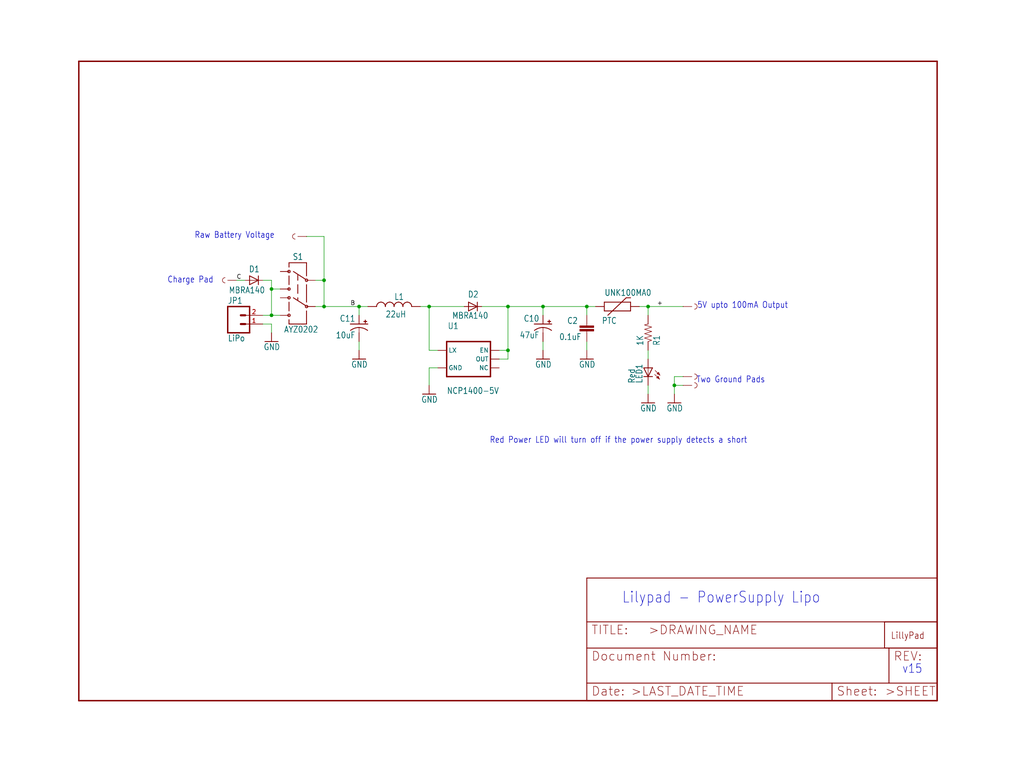
<source format=kicad_sch>
(kicad_sch (version 20211123) (generator eeschema)
  (paper "User" 297.002 223.926)
  (lib_symbols
    (symbol "eagleSchem-eagle-import:AYZ0202"
      (property "Value" "AYZ0202" (at -2.54 -12.7 0))
      (symbol "AYZ0202_1_0"
        (circle (center -2.54 -5.08) (radius 0.3592) (stroke (width 0.254)))
        (circle (center -2.54 2.54) (radius 0.3592) (stroke (width 0.254)))
        (polyline (pts (xy -2.54 -10.16) (xy 2.54 -10.16)) (stroke (width 0.254)))
        (polyline (pts (xy -2.54 -6.35) (xy -2.54 -10.16)) (stroke (width 0.254)))
        (polyline (pts (xy -2.54 1.27) (xy -2.54 -3.81)) (stroke (width 0.254)))
        (polyline (pts (xy -2.54 7.62) (xy -2.54 3.81)) (stroke (width 0.254)))
        (polyline (pts (xy -2.286 -4.826) (xy 1.27 -2.54)) (stroke (width 0.254)))
        (polyline (pts (xy 0 -2.54) (xy 0 -3.302)) (stroke (width 0.254)))
        (polyline (pts (xy 0 1.27) (xy 0 -1.27)) (stroke (width 0.254)))
        (polyline (pts (xy 0 4.064) (xy 0 2.54)) (stroke (width 0.254)))
        (polyline (pts (xy 1.27 5.08) (xy -2.286 2.794)) (stroke (width 0.254)))
        (polyline (pts (xy 2.54 -10.16) (xy 2.54 -8.89)) (stroke (width 0.254)))
        (polyline (pts (xy 2.54 -6.35) (xy 2.54 -3.81)) (stroke (width 0.254)))
        (polyline (pts (xy 2.54 3.81) (xy 2.54 1.27)) (stroke (width 0.254)))
        (polyline (pts (xy 2.54 6.35) (xy 2.54 7.62)) (stroke (width 0.254)))
        (polyline (pts (xy 2.54 7.62) (xy -2.54 7.62)) (stroke (width 0.254)))
        (circle (center 2.54 -7.62) (radius 0.3592) (stroke (width 0.254)))
        (circle (center 2.54 -2.54) (radius 0.3592) (stroke (width 0.254)))
        (circle (center 2.54 0) (radius 0.3592) (stroke (width 0.254)))
        (circle (center 2.54 5.08) (radius 0.3592) (stroke (width 0.254)))
        (pin bidirectional line (at 5.08 0 180) (length 2.54) (name "3") (number "1"))
        (pin bidirectional line (at -5.08 2.54 0) (length 2.54) (name "2") (number "2"))
        (pin bidirectional line (at 5.08 5.08 180) (length 2.54) (name "1") (number "3"))
        (pin bidirectional line (at 5.08 -7.62 180) (length 2.54) (name "6") (number "4"))
        (pin bidirectional line (at -5.08 -5.08 0) (length 2.54) (name "5") (number "5"))
        (pin bidirectional line (at 5.08 -2.54 180) (length 2.54) (name "4") (number "6"))
      )
    )
    (symbol "eagleSchem-eagle-import:CAP0603-CAP"
      (property "Reference" "C" (at 1.524 2.921 0))
      (property "Value" "CAP0603-CAP" (at 1.524 -2.159 0))
      (symbol "CAP0603-CAP_1_0"
        (rectangle (start -2.032 0.508) (end 2.032 1.016) (fill (type outline)))
        (rectangle (start -2.032 1.524) (end 2.032 2.032) (fill (type outline)))
        (polyline (pts (xy 0 0) (xy 0 0.508)) (stroke (width 0.1524)))
        (polyline (pts (xy 0 2.54) (xy 0 2.032)) (stroke (width 0.1524)))
        (pin passive line (at 0 5.08 270) (length 2.54) (name "1") (number "1"))
        (pin passive line (at 0 -2.54 90) (length 2.54) (name "2") (number "2"))
      )
    )
    (symbol "eagleSchem-eagle-import:CAP_POL1206"
      (property "Reference" "C" (at 1.016 0.635 0))
      (property "Value" "CAP_POL1206" (at 1.016 -4.191 0))
      (symbol "CAP_POL1206_1_0"
        (rectangle (start -2.253 0.668) (end -1.364 0.795) (fill (type outline)))
        (rectangle (start -1.872 0.287) (end -1.745 1.176) (fill (type outline)))
        (arc (start 0 -1.0161) (mid -1.3021 -1.2302) (end -2.4669 -1.8504) (stroke (width 0.254)))
        (polyline (pts (xy -2.54 0) (xy 2.54 0)) (stroke (width 0.254)))
        (polyline (pts (xy 0 -1.016) (xy 0 -2.54)) (stroke (width 0.1524)))
        (arc (start 2.4892 -1.8542) (mid 1.3158 -1.2195) (end 0 -1) (stroke (width 0.254)))
        (pin passive line (at 0 2.54 270) (length 2.54) (name "+") (number "A"))
        (pin passive line (at 0 -5.08 90) (length 2.54) (name "-") (number "C"))
      )
    )
    (symbol "eagleSchem-eagle-import:CAP_POL2"
      (property "Reference" "C" (at 1.016 0.635 0))
      (property "Value" "CAP_POL2" (at 1.016 -4.191 0))
      (symbol "CAP_POL2_1_0"
        (rectangle (start -2.253 0.668) (end -1.364 0.795) (fill (type outline)))
        (rectangle (start -1.872 0.287) (end -1.745 1.176) (fill (type outline)))
        (arc (start 0 -1.0161) (mid -1.3021 -1.2302) (end -2.4669 -1.8504) (stroke (width 0.254)))
        (polyline (pts (xy -2.54 0) (xy 2.54 0)) (stroke (width 0.254)))
        (polyline (pts (xy 0 -1.016) (xy 0 -2.54)) (stroke (width 0.1524)))
        (arc (start 2.4892 -1.8542) (mid 1.3158 -1.2195) (end 0 -1) (stroke (width 0.254)))
        (pin passive line (at 0 2.54 270) (length 2.54) (name "+") (number "A"))
        (pin passive line (at 0 -5.08 90) (length 2.54) (name "-") (number "C"))
      )
    )
    (symbol "eagleSchem-eagle-import:DIODESMA"
      (property "Reference" "D" (at 2.54 0.4826 0))
      (property "Value" "DIODESMA" (at 2.54 -2.3114 0))
      (symbol "DIODESMA_1_0"
        (polyline (pts (xy -1.27 -1.27) (xy 1.27 0)) (stroke (width 0.254)))
        (polyline (pts (xy -1.27 1.27) (xy -1.27 -1.27)) (stroke (width 0.254)))
        (polyline (pts (xy 1.27 0) (xy -1.27 1.27)) (stroke (width 0.254)))
        (polyline (pts (xy 1.27 0) (xy 1.27 -1.27)) (stroke (width 0.254)))
        (polyline (pts (xy 1.27 1.27) (xy 1.27 0)) (stroke (width 0.254)))
        (pin passive line (at -2.54 0 0) (length 2.54) (name "A") (number "A"))
        (pin passive line (at 2.54 0 180) (length 2.54) (name "C") (number "C"))
      )
    )
    (symbol "eagleSchem-eagle-import:GND" (power)
      (property "Value" "GND" (at -2.54 -2.54 0))
      (symbol "GND_1_0"
        (polyline (pts (xy -1.905 0) (xy 1.905 0)) (stroke (width 0.254)))
        (pin power_in line (at 0 2.54 270) (length 2.54) (name "GND") (number "1"))
      )
    )
    (symbol "eagleSchem-eagle-import:INDUCTORCR54"
      (property "Value" "INDUCTORCR54" (at 2.54 -6.35 0))
      (symbol "INDUCTORCR54_1_0"
        (arc (start 0 -5.08) (mid 0.898 -4.708) (end 1.27 -3.81) (stroke (width 0.254)))
        (arc (start 0 -2.54) (mid 0.898 -2.168) (end 1.27 -1.27) (stroke (width 0.254)))
        (arc (start 0 0) (mid 0.898 0.372) (end 1.27 1.27) (stroke (width 0.254)))
        (arc (start 0 2.54) (mid 0.898 2.912) (end 1.27 3.81) (stroke (width 0.254)))
        (arc (start 1.27 -3.81) (mid 0.898 -2.912) (end 0 -2.54) (stroke (width 0.254)))
        (arc (start 1.27 -1.27) (mid 0.898 -0.372) (end 0 0) (stroke (width 0.254)))
        (arc (start 1.27 1.27) (mid 0.898 2.168) (end 0 2.54) (stroke (width 0.254)))
        (arc (start 1.27 3.81) (mid 0.898 4.708) (end 0 5.08) (stroke (width 0.254)))
        (pin passive line (at 0 7.62 270) (length 2.54) (name "1") (number "P$1"))
        (pin passive line (at 0 -7.62 90) (length 2.54) (name "2") (number "P$2"))
      )
    )
    (symbol "eagleSchem-eagle-import:LED1206"
      (property "Reference" "LED" (at 3.556 -4.572 90))
      (property "Value" "LED1206" (at 5.715 -4.572 90))
      (symbol "LED1206_1_0"
        (polyline (pts (xy -2.032 -0.762) (xy -3.429 -2.159)) (stroke (width 0.1524)))
        (polyline (pts (xy -1.905 -1.905) (xy -3.302 -3.302)) (stroke (width 0.1524)))
        (polyline (pts (xy 0 -2.54) (xy -1.27 -2.54)) (stroke (width 0.254)))
        (polyline (pts (xy 0 -2.54) (xy -1.27 0)) (stroke (width 0.254)))
        (polyline (pts (xy 0 0) (xy -1.27 0)) (stroke (width 0.254)))
        (polyline (pts (xy 0 0) (xy 0 -2.54)) (stroke (width 0.1524)))
        (polyline (pts (xy 1.27 -2.54) (xy 0 -2.54)) (stroke (width 0.254)))
        (polyline (pts (xy 1.27 0) (xy 0 -2.54)) (stroke (width 0.254)))
        (polyline (pts (xy 1.27 0) (xy 0 0)) (stroke (width 0.254)))
        (polyline (pts (xy -3.429 -2.159) (xy -3.048 -1.27) (xy -2.54 -1.778)) (fill (type outline)))
        (polyline (pts (xy -3.302 -3.302) (xy -2.921 -2.413) (xy -2.413 -2.921)) (fill (type outline)))
        (pin passive line (at 0 2.54 270) (length 2.54) (name "A") (number "A"))
        (pin passive line (at 0 -5.08 90) (length 2.54) (name "C") (number "C"))
      )
    )
    (symbol "eagleSchem-eagle-import:LETTER_L"
      (symbol "LETTER_L_1_0"
        (polyline (pts (xy 0 0) (xy 248.92 0)) (stroke (width 0.4064)))
        (polyline (pts (xy 0 185.42) (xy 0 0)) (stroke (width 0.4064)))
        (polyline (pts (xy 0 185.42) (xy 248.92 185.42)) (stroke (width 0.4064)))
        (polyline (pts (xy 248.92 185.42) (xy 248.92 0)) (stroke (width 0.4064)))
      )
      (symbol "LETTER_L_2_0"
        (polyline (pts (xy 0 0) (xy 0 5.08)) (stroke (width 0.254)))
        (polyline (pts (xy 0 0) (xy 71.12 0)) (stroke (width 0.254)))
        (polyline (pts (xy 0 5.08) (xy 0 15.24)) (stroke (width 0.254)))
        (polyline (pts (xy 0 5.08) (xy 71.12 5.08)) (stroke (width 0.254)))
        (polyline (pts (xy 0 15.24) (xy 0 22.86)) (stroke (width 0.254)))
        (polyline (pts (xy 0 22.86) (xy 0 35.56)) (stroke (width 0.254)))
        (polyline (pts (xy 0 22.86) (xy 101.6 22.86)) (stroke (width 0.254)))
        (polyline (pts (xy 71.12 0) (xy 101.6 0)) (stroke (width 0.254)))
        (polyline (pts (xy 71.12 5.08) (xy 71.12 0)) (stroke (width 0.254)))
        (polyline (pts (xy 71.12 5.08) (xy 87.63 5.08)) (stroke (width 0.254)))
        (polyline (pts (xy 87.63 5.08) (xy 101.6 5.08)) (stroke (width 0.254)))
        (polyline (pts (xy 87.63 15.24) (xy 0 15.24)) (stroke (width 0.254)))
        (polyline (pts (xy 87.63 15.24) (xy 87.63 5.08)) (stroke (width 0.254)))
        (polyline (pts (xy 101.6 5.08) (xy 101.6 0)) (stroke (width 0.254)))
        (polyline (pts (xy 101.6 15.24) (xy 87.63 15.24)) (stroke (width 0.254)))
        (polyline (pts (xy 101.6 15.24) (xy 101.6 5.08)) (stroke (width 0.254)))
        (polyline (pts (xy 101.6 22.86) (xy 101.6 15.24)) (stroke (width 0.254)))
        (polyline (pts (xy 101.6 35.56) (xy 0 35.56)) (stroke (width 0.254)))
        (polyline (pts (xy 101.6 35.56) (xy 101.6 22.86)) (stroke (width 0.254)))
        (text ">DRAWING_NAME" (at 17.78 19.05 0) (effects (font (size 2.54 2.54)) (justify left bottom)))
        (text ">LAST_DATE_TIME" (at 12.7 1.27 0) (effects (font (size 2.54 2.54)) (justify left bottom)))
        (text ">SHEET" (at 86.36 1.27 0) (effects (font (size 2.54 2.54)) (justify left bottom)))
        (text "Date:" (at 1.27 1.27 0) (effects (font (size 2.54 2.54)) (justify left bottom)))
        (text "Document Number:" (at 1.27 11.43 0) (effects (font (size 2.54 2.54)) (justify left bottom)))
        (text "REV:" (at 88.9 11.43 0) (effects (font (size 2.54 2.54)) (justify left bottom)))
        (text "Sheet:" (at 72.39 1.27 0) (effects (font (size 2.54 2.54)) (justify left bottom)))
        (text "TITLE:" (at 1.27 19.05 0) (effects (font (size 2.54 2.54)) (justify left bottom)))
      )
    )
    (symbol "eagleSchem-eagle-import:LOGO-LPLP"
      (symbol "LOGO-LPLP_1_0"
        (polyline (pts (xy -2.54 -2.54) (xy 12.7 -2.54)) (stroke (width 0.254)))
        (polyline (pts (xy -2.54 5.08) (xy -2.54 -2.54)) (stroke (width 0.254)))
        (polyline (pts (xy 12.7 -2.54) (xy 12.7 5.08)) (stroke (width 0.254)))
        (polyline (pts (xy 12.7 5.08) (xy -2.54 5.08)) (stroke (width 0.254)))
        (text "LillyPad" (at -0.762 0 0) (effects (font (size 1.9304 1.6408)) (justify left bottom)))
      )
    )
    (symbol "eagleSchem-eagle-import:M02-JST-2MM-SMT"
      (property "Reference" "JP" (at -2.54 5.842 0))
      (property "Value" "M02-JST-2MM-SMT" (at -2.54 -5.08 0))
      (symbol "M02-JST-2MM-SMT_1_0"
        (polyline (pts (xy -2.54 5.08) (xy -2.54 -2.54)) (stroke (width 0.4064)))
        (polyline (pts (xy -2.54 5.08) (xy 3.81 5.08)) (stroke (width 0.4064)))
        (polyline (pts (xy 1.27 0) (xy 2.54 0)) (stroke (width 0.6096)))
        (polyline (pts (xy 1.27 2.54) (xy 2.54 2.54)) (stroke (width 0.6096)))
        (polyline (pts (xy 3.81 -2.54) (xy -2.54 -2.54)) (stroke (width 0.4064)))
        (polyline (pts (xy 3.81 -2.54) (xy 3.81 5.08)) (stroke (width 0.4064)))
        (pin passive line (at 7.62 0 180) (length 5.08) (name "1") (number "1"))
        (pin passive line (at 7.62 2.54 180) (length 5.08) (name "2") (number "2"))
      )
    )
    (symbol "eagleSchem-eagle-import:PTCSMD"
      (property "Reference" "F" (at -2.54 3.048 0))
      (property "Value" "PTCSMD" (at -3.302 -5.08 0))
      (symbol "PTCSMD_1_0"
        (polyline (pts (xy -2.54 -1.27) (xy -2.54 1.27)) (stroke (width 0.254)))
        (polyline (pts (xy -2.54 1.27) (xy 5.08 1.27)) (stroke (width 0.254)))
        (polyline (pts (xy -1.524 -2.54) (xy 3.81 2.54)) (stroke (width 0.254)))
        (polyline (pts (xy 3.81 2.54) (xy 5.08 2.54)) (stroke (width 0.254)))
        (polyline (pts (xy 5.08 -1.27) (xy -2.54 -1.27)) (stroke (width 0.254)))
        (polyline (pts (xy 5.08 1.27) (xy 5.08 -1.27)) (stroke (width 0.254)))
        (pin bidirectional line (at -5.08 0 0) (length 2.54) (name "1") (number "1"))
        (pin bidirectional line (at 7.62 0 180) (length 2.54) (name "2") (number "2"))
      )
    )
    (symbol "eagleSchem-eagle-import:RESISTOR0603-RES"
      (property "Reference" "R" (at -3.81 1.4986 0))
      (property "Value" "RESISTOR0603-RES" (at -3.81 -3.302 0))
      (symbol "RESISTOR0603-RES_1_0"
        (polyline (pts (xy -2.54 0) (xy -2.159 1.016)) (stroke (width 0.1524)))
        (polyline (pts (xy -2.159 1.016) (xy -1.524 -1.016)) (stroke (width 0.1524)))
        (polyline (pts (xy -1.524 -1.016) (xy -0.889 1.016)) (stroke (width 0.1524)))
        (polyline (pts (xy -0.889 1.016) (xy -0.254 -1.016)) (stroke (width 0.1524)))
        (polyline (pts (xy -0.254 -1.016) (xy 0.381 1.016)) (stroke (width 0.1524)))
        (polyline (pts (xy 0.381 1.016) (xy 1.016 -1.016)) (stroke (width 0.1524)))
        (polyline (pts (xy 1.016 -1.016) (xy 1.651 1.016)) (stroke (width 0.1524)))
        (polyline (pts (xy 1.651 1.016) (xy 2.286 -1.016)) (stroke (width 0.1524)))
        (polyline (pts (xy 2.286 -1.016) (xy 2.54 0)) (stroke (width 0.1524)))
        (pin passive line (at -5.08 0 0) (length 2.54) (name "1") (number "1"))
        (pin passive line (at 5.08 0 180) (length 2.54) (name "2") (number "2"))
      )
    )
    (symbol "eagleSchem-eagle-import:SEWTAP10"
      (symbol "SEWTAP10_1_0"
        (polyline (pts (xy 0 0) (xy -2.54 0)) (stroke (width 0.1524)))
        (arc (start 0.762 -0.762) (mid 1.524 0) (end 0.762 0.762) (stroke (width 0.1524)))
        (pin bidirectional line (at -2.54 0 180) (length 0) (name "1") (number "1"))
      )
    )
    (symbol "eagleSchem-eagle-import:V_REG_NCP1400SOT23-5"
      (property "Reference" "IC" (at -5.08 6.604 0))
      (property "Value" "V_REG_NCP1400SOT23-5" (at -4.826 -8.382 0))
      (symbol "V_REG_NCP1400SOT23-5_1_0"
        (polyline (pts (xy -5.08 -5.08) (xy 7.62 -5.08)) (stroke (width 0.4064)))
        (polyline (pts (xy -5.08 5.08) (xy -5.08 -5.08)) (stroke (width 0.4064)))
        (polyline (pts (xy 7.62 -5.08) (xy 7.62 5.08)) (stroke (width 0.4064)))
        (polyline (pts (xy 7.62 5.08) (xy -5.08 5.08)) (stroke (width 0.4064)))
        (pin input line (at -7.62 2.54 0) (length 2.54) (name "EN") (number "1"))
        (pin passive line (at -7.62 0 0) (length 2.54) (name "OUT") (number "2"))
        (pin input line (at -7.62 -2.54 0) (length 2.54) (name "NC") (number "3"))
        (pin input line (at 10.16 -2.54 180) (length 2.54) (name "GND") (number "4"))
        (pin input line (at 10.16 2.54 180) (length 2.54) (name "LX") (number "5"))
      )
    )
  )
  (junction (at 93.98 88.9))
  (junction (at 195.58 111.76))
  (junction (at 157.48 88.9))
  (junction (at 78.74 83.82))
  (junction (at 147.32 88.9))
  (junction (at 124.46 88.9))
  (junction (at 93.98 81.28))
  (junction (at 104.14 88.9))
  (junction (at 78.74 91.44))
  (junction (at 170.18 88.9))
  (junction (at 187.96 88.9))
  (junction (at 147.32 101.6))
  (wire (pts (xy 147.32 101.6) (xy 147.32 88.9)))
  (wire (pts (xy 78.74 83.82) (xy 81.28 83.82)))
  (wire (pts (xy 198.12 111.76) (xy 195.58 111.76)))
  (wire (pts (xy 81.28 91.44) (xy 78.74 91.44)))
  (wire (pts (xy 91.44 88.9) (xy 93.98 88.9)))
  (wire (pts (xy 198.12 109.22) (xy 195.58 109.22)))
  (wire (pts (xy 88.9 68.58) (xy 93.98 68.58)))
  (wire (pts (xy 157.48 88.9) (xy 157.48 91.44)))
  (wire (pts (xy 195.58 109.22) (xy 195.58 111.76)))
  (wire (pts (xy 91.44 81.28) (xy 93.98 81.28)))
  (wire (pts (xy 187.96 114.3) (xy 187.96 111.76)))
  (wire (pts (xy 104.14 88.9) (xy 104.14 91.44)))
  (wire (pts (xy 76.2 81.28) (xy 78.74 81.28)))
  (wire (pts (xy 147.32 88.9) (xy 139.7 88.9)))
  (wire (pts (xy 124.46 101.6) (xy 127 101.6)))
  (wire (pts (xy 124.46 106.68) (xy 124.46 111.76)))
  (wire (pts (xy 76.2 91.44) (xy 78.74 91.44)))
  (wire (pts (xy 187.96 88.9) (xy 198.12 88.9)))
  (wire (pts (xy 187.96 91.44) (xy 187.96 88.9)))
  (wire (pts (xy 93.98 68.58) (xy 93.98 81.28)))
  (wire (pts (xy 185.42 88.9) (xy 187.96 88.9)))
  (wire (pts (xy 78.74 96.52) (xy 78.74 93.98)))
  (wire (pts (xy 147.32 104.14) (xy 147.32 101.6)))
  (wire (pts (xy 157.48 101.6) (xy 157.48 99.06)))
  (wire (pts (xy 147.32 88.9) (xy 157.48 88.9)))
  (wire (pts (xy 170.18 88.9) (xy 170.18 91.44)))
  (wire (pts (xy 78.74 81.28) (xy 78.74 83.82)))
  (wire (pts (xy 124.46 88.9) (xy 134.62 88.9)))
  (wire (pts (xy 93.98 88.9) (xy 104.14 88.9)))
  (wire (pts (xy 127 106.68) (xy 124.46 106.68)))
  (wire (pts (xy 124.46 101.6) (xy 124.46 88.9)))
  (wire (pts (xy 170.18 88.9) (xy 172.72 88.9)))
  (wire (pts (xy 124.46 88.9) (xy 121.92 88.9)))
  (wire (pts (xy 104.14 101.6) (xy 104.14 99.06)))
  (wire (pts (xy 170.18 101.6) (xy 170.18 99.06)))
  (wire (pts (xy 78.74 91.44) (xy 78.74 83.82)))
  (wire (pts (xy 93.98 81.28) (xy 93.98 88.9)))
  (wire (pts (xy 157.48 88.9) (xy 170.18 88.9)))
  (wire (pts (xy 187.96 104.14) (xy 187.96 101.6)))
  (wire (pts (xy 144.78 101.6) (xy 147.32 101.6)))
  (wire (pts (xy 68.58 81.28) (xy 71.12 81.28)))
  (wire (pts (xy 195.58 111.76) (xy 195.58 114.3)))
  (wire (pts (xy 144.78 104.14) (xy 147.32 104.14)))
  (wire (pts (xy 106.68 88.9) (xy 104.14 88.9)))
  (wire (pts (xy 78.74 93.98) (xy 76.2 93.98)))
  (text "Charge Pad" (at 48.514 82.296 180) (effects (font (size 1.778 1.5113)) (justify left bottom)))
  (text "Raw Battery Voltage" (at 56.388 69.342 180) (effects (font (size 1.778 1.5113)) (justify left bottom)))
  (text "Red Power LED will turn off if the power supply detects a short" (at 141.986 128.778 0) (effects (font (size 1.778 1.5113)) (justify left bottom)))
  (text "Two Ground Pads" (at 201.93 111.252 180) (effects (font (size 1.778 1.5113)) (justify left bottom)))
  (text "v15" (at 261.62 195.58 180) (effects (font (size 2.54 2.159)) (justify left bottom)))
  (text "5V upto 100mA Output" (at 202.184 89.662 180) (effects (font (size 1.778 1.5113)) (justify left bottom)))
  (text "Lilypad - PowerSupply Lipo" (at 180.34 175.26 180) (effects (font (size 3.175 2.6987)) (justify left bottom)))
  (label "B" (at 101.6 88.9 0) (effects (font (size 1.2446 1.2446))))
  (label "+" (at 190.5 88.9 0) (effects (font (size 1.2446 1.2446))))
  (label "C" (at 68.58 81.28 0) (effects (font (size 1.2446 1.2446))))
  (symbol (lib_id "eagleSchem-eagle-import:LETTER_L") (at 22.86 203.2 0) (unit 1)
    (property "Reference" "#FRAME1" (effects hide))
    (property "Value" "LETTER_L" (effects hide))
    (property "Footprint" "eagleSchem:" (effects hide))
  )
  (symbol (lib_id "eagleSchem-eagle-import:DIODESMA") (at 73.66 81.28 0) (mirror x) (unit 1)
    (property "Reference" "D1" (at 72.136 79.0194 0) (effects (font (size 1.778 1.5113)) (justify left top)))
    (property "Value" "MBRA140" (at 66.294 85.1154 0) (effects (font (size 1.778 1.5113)) (justify left top)))
    (property "Footprint" "eagleSchem:SMA-DIODE" (effects hide))
  )
  (symbol (lib_id "eagleSchem-eagle-import:CAP0603-CAP") (at 170.18 96.52 0) (mirror y) (unit 1)
    (property "Reference" "C2" (at 167.64 93.98 0) (effects (font (size 1.778 1.5113)) (justify left bottom)))
    (property "Value" "0.1uF" (at 168.656 98.679 0) (effects (font (size 1.778 1.5113)) (justify left bottom)))
    (property "Footprint" "eagleSchem:0603-CAP" (effects hide))
  )
  (symbol (lib_id "eagleSchem-eagle-import:M02-JST-2MM-SMT") (at 68.58 93.98 0) (unit 1)
    (property "Reference" "JP1" (at 66.04 88.138 0) (effects (font (size 1.778 1.5113)) (justify left bottom)))
    (property "Value" "LiPo" (at 66.04 99.06 0) (effects (font (size 1.778 1.5113)) (justify left bottom)))
    (property "Footprint" "eagleSchem:JST-2-SMD" (effects hide))
  )
  (symbol (lib_id "eagleSchem-eagle-import:SEWTAP10") (at 200.66 111.76 0) (mirror x) (unit 1)
    (property "Reference" "U$5" (effects hide))
    (property "Value" "SEWTAP10" (effects hide))
    (property "Footprint" "eagleSchem:PETAL-LONG-2-2SIDE" (effects hide))
  )
  (symbol (lib_id "eagleSchem-eagle-import:DIODESMA") (at 137.16 88.9 0) (mirror x) (unit 1)
    (property "Reference" "D2" (at 135.636 86.36 0) (effects (font (size 1.778 1.5113)) (justify left top)))
    (property "Value" "MBRA140" (at 131.064 92.4814 0) (effects (font (size 1.778 1.5113)) (justify left top)))
    (property "Footprint" "eagleSchem:SMA-DIODE" (effects hide))
  )
  (symbol (lib_id "eagleSchem-eagle-import:SEWTAP10") (at 66.04 81.28 0) (mirror y) (unit 1)
    (property "Reference" "U$2" (effects hide))
    (property "Value" "SEWTAP10" (effects hide))
    (property "Footprint" "eagleSchem:PETAL-LONG-2-2SIDE" (effects hide))
  )
  (symbol (lib_id "eagleSchem-eagle-import:PTCSMD") (at 177.8 88.9 0) (unit 1)
    (property "Reference" "UNK100MA0" (at 175.26 85.852 0) (effects (font (size 1.778 1.5113)) (justify left bottom)))
    (property "Value" "PTC" (at 174.498 93.98 0) (effects (font (size 1.778 1.5113)) (justify left bottom)))
    (property "Footprint" "eagleSchem:PTC-1206" (effects hide))
  )
  (symbol (lib_id "eagleSchem-eagle-import:GND") (at 104.14 104.14 0) (mirror y) (unit 1)
    (property "Reference" "#GND3" (effects hide))
    (property "Value" "GND" (at 106.68 106.68 0) (effects (font (size 1.778 1.5113)) (justify left bottom)))
    (property "Footprint" "eagleSchem:" (effects hide))
  )
  (symbol (lib_id "eagleSchem-eagle-import:GND") (at 157.48 104.14 0) (mirror y) (unit 1)
    (property "Reference" "#GND12" (effects hide))
    (property "Value" "GND" (at 160.02 106.68 0) (effects (font (size 1.778 1.5113)) (justify left bottom)))
    (property "Footprint" "eagleSchem:" (effects hide))
  )
  (symbol (lib_id "eagleSchem-eagle-import:GND") (at 195.58 116.84 0) (mirror y) (unit 1)
    (property "Reference" "#GND4" (effects hide))
    (property "Value" "GND" (at 198.12 119.38 0) (effects (font (size 1.778 1.5113)) (justify left bottom)))
    (property "Footprint" "eagleSchem:" (effects hide))
  )
  (symbol (lib_id "eagleSchem-eagle-import:GND") (at 78.74 99.06 0) (mirror y) (unit 1)
    (property "Reference" "#GND5" (effects hide))
    (property "Value" "GND" (at 81.28 101.6 0) (effects (font (size 1.778 1.5113)) (justify left bottom)))
    (property "Footprint" "eagleSchem:" (effects hide))
  )
  (symbol (lib_id "eagleSchem-eagle-import:GND") (at 124.46 114.3 0) (mirror y) (unit 1)
    (property "Reference" "#GND2" (effects hide))
    (property "Value" "GND" (at 127 116.84 0) (effects (font (size 1.778 1.5113)) (justify left bottom)))
    (property "Footprint" "eagleSchem:" (effects hide))
  )
  (symbol (lib_id "eagleSchem-eagle-import:GND") (at 170.18 104.14 0) (mirror y) (unit 1)
    (property "Reference" "#GND7" (effects hide))
    (property "Value" "GND" (at 172.72 106.68 0) (effects (font (size 1.778 1.5113)) (justify left bottom)))
    (property "Footprint" "eagleSchem:" (effects hide))
  )
  (symbol (lib_id "eagleSchem-eagle-import:GND") (at 187.96 116.84 0) (mirror y) (unit 1)
    (property "Reference" "#GND1" (effects hide))
    (property "Value" "GND" (at 190.5 119.38 0) (effects (font (size 1.778 1.5113)) (justify left bottom)))
    (property "Footprint" "eagleSchem:" (effects hide))
  )
  (symbol (lib_id "eagleSchem-eagle-import:AYZ0202") (at 86.36 83.82 0) (mirror y) (unit 1)
    (property "Reference" "S1" (at 84.836 75.438 0) (effects (font (size 1.778 1.5113)) (justify right bottom)))
    (property "Value" "AYZ0202" (at 82.296 96.52 0) (effects (font (size 1.778 1.5113)) (justify right bottom)))
    (property "Footprint" "eagleSchem:AYZ0202" (effects hide))
  )
  (symbol (lib_id "eagleSchem-eagle-import:LOGO-LPLP") (at 259.08 185.42 0) (unit 1)
    (property "Reference" "U$7" (effects hide))
    (property "Value" "LOGO-LPLP" (effects hide))
    (property "Footprint" "eagleSchem:LOGO-LILYPAD" (effects hide))
  )
  (symbol (lib_id "eagleSchem-eagle-import:SEWTAP10") (at 86.36 68.58 0) (mirror y) (unit 1)
    (property "Reference" "U$3" (effects hide))
    (property "Value" "SEWTAP10" (effects hide))
    (property "Footprint" "eagleSchem:PETAL-LONG-2-2SIDE" (effects hide))
  )
  (symbol (lib_id "eagleSchem-eagle-import:LETTER_L") (at 170.18 203.2 0) (unit 2)
    (property "Reference" "#FRAME1" (effects hide))
    (property "Value" "LETTER_L" (effects hide))
    (property "Footprint" "eagleSchem:" (effects hide))
  )
  (symbol (lib_id "eagleSchem-eagle-import:LED1206") (at 187.96 106.68 0) (mirror y) (unit 1)
    (property "Reference" "LED1" (at 184.404 111.252 90) (effects (font (size 1.778 1.5113)) (justify left bottom)))
    (property "Value" "Red" (at 182.245 111.252 90) (effects (font (size 1.778 1.5113)) (justify left bottom)))
    (property "Footprint" "eagleSchem:LED-1206" (effects hide))
  )
  (symbol (lib_id "eagleSchem-eagle-import:INDUCTORCR54") (at 114.3 88.9 270) (mirror x) (unit 1)
    (property "Reference" "L1" (at 114.3 85.09 90) (effects (font (size 1.778 1.5113)) (justify left bottom)))
    (property "Value" "22uH" (at 111.76 90.17 90) (effects (font (size 1.778 1.5113)) (justify left bottom)))
    (property "Footprint" "eagleSchem:CR54" (effects hide))
  )
  (symbol (lib_id "eagleSchem-eagle-import:CAP_POL1206") (at 104.14 93.98 0) (mirror y) (unit 1)
    (property "Reference" "C11" (at 103.124 93.345 0) (effects (font (size 1.778 1.5113)) (justify left bottom)))
    (property "Value" "10uF" (at 103.124 98.171 0) (effects (font (size 1.778 1.5113)) (justify left bottom)))
    (property "Footprint" "eagleSchem:CPOL_1206" (effects hide))
  )
  (symbol (lib_id "eagleSchem-eagle-import:CAP_POL2") (at 157.48 93.98 0) (mirror y) (unit 1)
    (property "Reference" "C10" (at 156.464 93.345 0) (effects (font (size 1.778 1.5113)) (justify left bottom)))
    (property "Value" "47uF" (at 156.464 98.171 0) (effects (font (size 1.778 1.5113)) (justify left bottom)))
    (property "Footprint" "eagleSchem:EIA3528-21" (effects hide))
  )
  (symbol (lib_id "eagleSchem-eagle-import:SEWTAP10") (at 200.66 109.22 0) (mirror x) (unit 1)
    (property "Reference" "U$4" (effects hide))
    (property "Value" "SEWTAP10" (effects hide))
    (property "Footprint" "eagleSchem:PETAL-LONG-2-2SIDE" (effects hide))
  )
  (symbol (lib_id "eagleSchem-eagle-import:V_REG_NCP1400SOT23-5") (at 137.16 104.14 0) (mirror y) (unit 1)
    (property "Reference" "U1" (at 129.794 95.504 0) (effects (font (size 1.778 1.5113)) (justify right bottom)))
    (property "Value" "NCP1400-5V" (at 129.54 114.3 0) (effects (font (size 1.778 1.5113)) (justify right bottom)))
    (property "Footprint" "eagleSchem:SOT23-5" (effects hide))
  )
  (symbol (lib_id "eagleSchem-eagle-import:SEWTAP10") (at 200.66 88.9 0) (mirror x) (unit 1)
    (property "Reference" "U$1" (effects hide))
    (property "Value" "SEWTAP10" (effects hide))
    (property "Footprint" "eagleSchem:PETAL-LONG-2-2SIDE" (effects hide))
  )
  (symbol (lib_id "eagleSchem-eagle-import:RESISTOR0603-RES") (at 187.96 96.52 270) (mirror x) (unit 1)
    (property "Reference" "R1" (at 189.4586 100.33 0) (effects (font (size 1.778 1.5113)) (justify left bottom)))
    (property "Value" "1K" (at 184.658 100.33 0) (effects (font (size 1.778 1.5113)) (justify left bottom)))
    (property "Footprint" "eagleSchem:0603-RES" (effects hide))
  )
)
</source>
